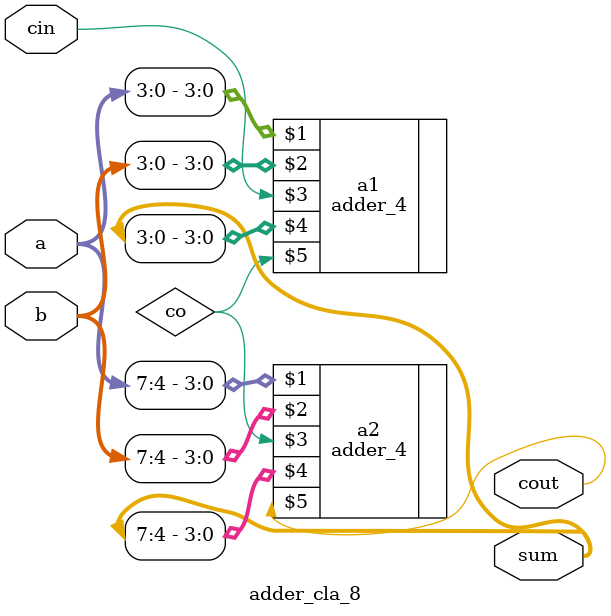
<source format=v>
`timescale 1ns / 1ps
module adder_cla_8(
    input [7:0] a,
    input [7:0] b,
    input cin,
    output  [7:0] sum,
    output  cout
    );
    wire co;
adder_4 a1(a[3:0],b[3:0],cin,sum[3:0],co);
adder_4 a2(a[7:4],b[7:4],co,sum[7:4],cout);
endmodule

</source>
